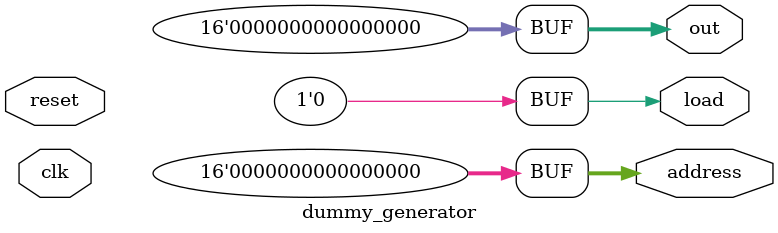
<source format=v>


 module dummy_generator(
    clk,
    reset,
    address,
    out,
    load
 );
 
    input clk;             // the system clock
    input reset;
    output load;             // do the write
    output [15:0] address;
    output [15:0] out;            // pixel values for ram address in the buffer
    
    assign load = 0;
    assign address = 0;
    assign out = 0;
    
endmodule


</source>
